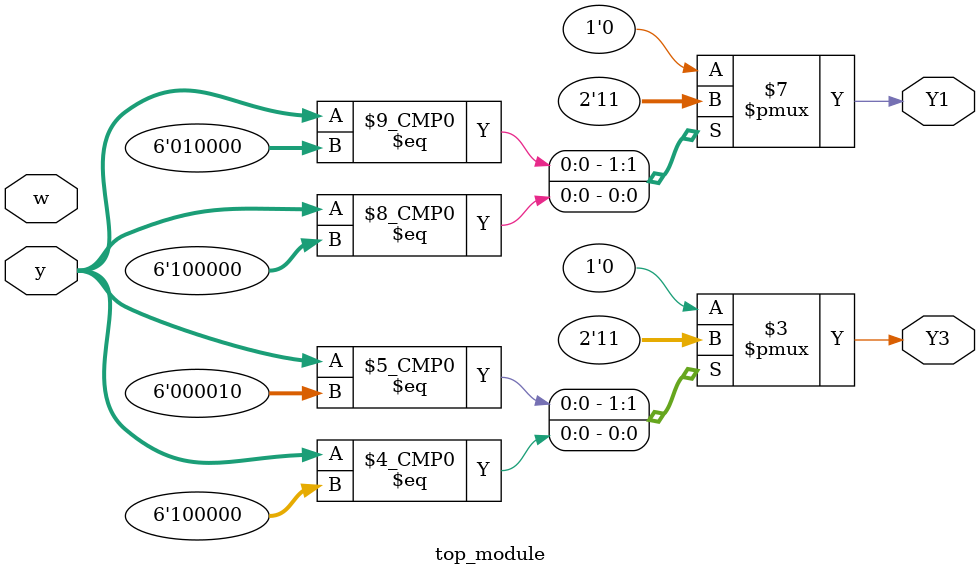
<source format=sv>
module top_module (
  input [5:0] y,
  input w,
  output reg Y1,
  output reg Y3
);

  always @* begin
    case (y)
      6'b000001: begin  // State A
        Y1 = 1'b0;
        Y3 = 1'b0;
      end
      
      6'b000010: begin  // State B
        Y1 = 1'b0;
        Y3 = 1'b1;
      end
      
      6'b000100: begin  // State C
        Y1 = 1'b0;
        Y3 = 1'b0;
      end
      
      6'b001000: begin  // State D
        Y1 = 1'b0;
        Y3 = 1'b0;
      end
      
      6'b010000: begin  // State E
        Y1 = 1'b1;
        Y3 = 1'b0;
      end
      
      6'b100000: begin  // State F
        Y1 = 1'b1;
        Y3 = 1'b1;
      end
      
      default: begin
        Y1 = 1'b0;
        Y3 = 1'b0;
      end
    endcase
  end

endmodule

</source>
